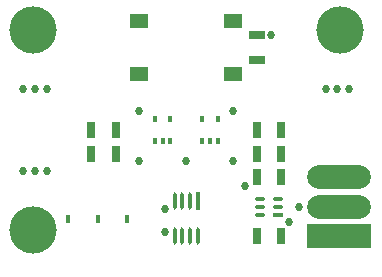
<source format=gts>
%FSLAX33Y33*%
%MOMM*%
%AMRect-W670710-H1320710-RO1.000*
21,1,0.67071,1.32071,0.,0.,180*%
%AMRect-W670710-H1320710-RO1.500*
21,1,0.67071,1.32071,0.,0.,90*%
%AMRect-W900000-H335831-RO1.000*
21,1,0.9,0.335831,0.,0.,180*%
%AMRR-H335831-W900000-R167915-RO1.000*
21,1,0.56417,0.335831,0.,0.,180*
21,1,0.9,0.000001,0.,0.,180*
1,1,0.33583,0.282085,-0.0000005*
1,1,0.33583,-0.282085,-0.0000005*
1,1,0.33583,-0.282085,0.0000005*
1,1,0.33583,0.282085,0.0000005*%
%AMRect-W1458141-H335831-RO0.500*
21,1,1.458141,0.335831,0.,0.,270*%
%AMRR-H335831-W1458141-R167915-RO0.500*
21,1,1.122311,0.335831,0.,0.,270*
21,1,1.458141,0.000001,0.,0.,270*
1,1,0.33583,0.0000005,0.5611555*
1,1,0.33583,0.0000005,-0.5611555*
1,1,0.33583,-0.0000005,-0.5611555*
1,1,0.33583,-0.0000005,0.5611555*%
%AMRR-H5400000-W2000000-R1000000-RO1.500*
21,1,2.,3.4,0.,0.,90*
1,1,2.,-1.7,-0.*
1,1,2.,-1.7,0.*
1,1,2.,1.7,0.*
1,1,2.,1.7,-0.*%
%AMRect-W2000000-H5400000-RO1.500*
21,1,2.,5.4,0.,0.,90*%
%ADD10C,0.68834*%
%ADD11R,0.4X0.7*%
%ADD12Rect-W670710-H1320710-RO1.000*%
%ADD13Rect-W670710-H1320710-RO1.500*%
%ADD14R,1.55X1.3*%
%ADD15C,4.*%
%ADD16R,0.42X0.6*%
%ADD17R,0.67071X1.32071*%
%ADD18Rect-W900000-H335831-RO1.000*%
%ADD19RR-H335831-W900000-R167915-RO1.000*%
%ADD20Rect-W1458141-H335831-RO0.500*%
%ADD21RR-H335831-W1458141-R167915-RO0.500*%
%ADD22RR-H5400000-W2000000-R1000000-RO1.500*%
%ADD23Rect-W2000000-H5400000-RO1.500*%
D10*
%LNtop solder mask_traces*%
G01*
X12025Y8875D03*
X2200Y15000D03*
X3200Y15000D03*
X12025Y13100D03*
X19975Y8875D03*
X23200Y19550D03*
X27800Y15000D03*
X4200Y8000D03*
X24735Y3708D03*
X28800Y15000D03*
X4200Y15000D03*
X16000Y8875D03*
X14200Y2850D03*
X19975Y13100D03*
X2200Y8000D03*
X14200Y4850D03*
X25550Y5000D03*
X29800Y15000D03*
X20955Y6756D03*
X3200Y8000D03*
%LNtop solder mask component a909c6ee266bfeb9*%
D11*
X6000Y4000D03*
%LNtop solder mask component 8e14199b85c15e7f*%
D12*
X24050Y7500D03*
X21950Y7500D03*
%LNtop solder mask component 2293443dc90e4631*%
D13*
X22000Y17450D03*
X22000Y19550D03*
%LNtop solder mask component 65af363b57491b91*%
D12*
X24050Y2500D03*
X21950Y2500D03*
%LNtop solder mask component 34da612e08865cf2*%
X10050Y9500D03*
X7950Y9500D03*
%LNtop solder mask component f49fa6f0a038b7a0*%
D14*
X19975Y16250D03*
X12025Y16250D03*
X12025Y20750D03*
X19975Y20750D03*
%LNtop solder mask component f51130c770a72e1a*%
D15*
X3000Y3000D03*
%LNtop solder mask component f3851719753a70e0*%
D16*
X13350Y10550D03*
X14000Y10550D03*
X14650Y10550D03*
X14650Y12450D03*
X13350Y12450D03*
%LNtop solder mask component c199763d80fc7ed0*%
D15*
X29000Y20000D03*
%LNtop solder mask component 58a3a8cc87aead12*%
D17*
X21950Y9500D03*
X24050Y9500D03*
%LNtop solder mask component 74906858fadfa986*%
D18*
X23785Y4350D03*
D19*
X23785Y5000D03*
X23785Y5650D03*
X22215Y5650D03*
X22215Y5000D03*
X22215Y4350D03*
%LNtop solder mask component 830ba2c345a829ca*%
D16*
X17350Y10550D03*
X18000Y10550D03*
X18650Y10550D03*
X18650Y12450D03*
X17350Y12450D03*
%LNtop solder mask component 6f40eadbb42f088b*%
D11*
X8500Y4000D03*
%LNtop solder mask component 3c6ee2f324f7420e*%
D20*
X16975Y5477D03*
D21*
X16325Y5477D03*
X15675Y5477D03*
X15025Y5477D03*
X15025Y2523D03*
X15675Y2523D03*
X16325Y2523D03*
X16975Y2523D03*
%LNtop solder mask component a6ba738d966070ac*%
D15*
X3000Y20000D03*
%LNtop solder mask component 1ab0cf254183e8e1*%
D22*
X28900Y5000D03*
D23*
X28900Y2500D03*
D22*
X28900Y7500D03*
%LNtop solder mask component c0b1ac0089f46285*%
D17*
X21950Y11500D03*
X24050Y11500D03*
%LNtop solder mask component 15cf22b6688a694f*%
D12*
X10050Y11500D03*
X7950Y11500D03*
%LNtop solder mask component aad800f2e99707d8*%
D11*
X11000Y4000D03*
M02*
</source>
